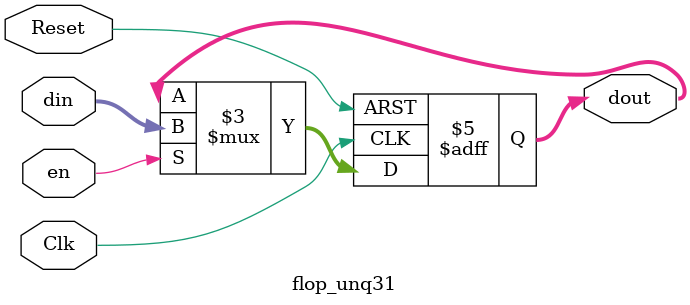
<source format=sv>

/* *****************************************************************************
 * File: flop.vp
 * 
 * Description:
 * Genesis2 flip-flop generator.
 * 
 * Required Genesis2 Controlable Parameters:
 * * Type		- Constant, Flop, RFlop, EFlop, or REFlop
 * * Width		- integer value specifying register width
 * * Default		- default value for the flop 
 *			 (only applies when flop_type=constant|rflop|reflop)
 * * SyncMode		- Sync or ASync flop * Change bar:
 * 
 * 
 * -----------
 * Date          Author   Description
 * Mar 30, 2010  shacham  init version  --  
 * May 20, 2014  jingpu   Add Async mode, change to active low reset
 * 
 * ****************************************************************************/


/*******************************************************************************
 * REQUIRED PARAMETERIZATION
 ******************************************************************************/
// Type (_GENESIS2_INHERITANCE_PRIORITY_) = REFlop
//
// Default (_GENESIS2_INHERITANCE_PRIORITY_) = 0x87
//
// Width (_GENESIS2_INHERITANCE_PRIORITY_) = 9
//
// SyncMode (_GENESIS2_DECLARATION_PRIORITY_) = ASync
//

module flop_unq31(
	       //inputs
	       input wire logic 		   Clk,
	       input wire logic [8:0]  din,
	       input wire logic 		   Reset,
	       input wire logic 		   en,

	       //outputs
	       output logic [8:0] dout
	       );


   /* synopsys dc_tcl_script_begin
    set_dont_retime [current_design] true
    set_optimize_registers false -design [current_design]
    */
   


   
   always_ff @(posedge Clk or negedge Reset) begin
      if (!Reset) 
	dout <= 9'h87;
      else if (en)
	dout <= din;
   end

endmodule : flop_unq31

</source>
